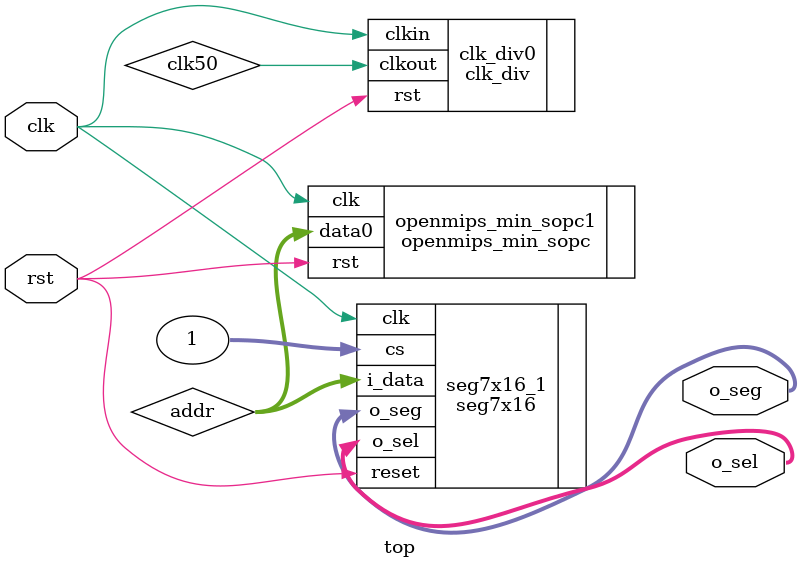
<source format=v>
`timescale 1ns / 1ps

module top(
    input clk,
    input rst,
    output[7:0] o_seg,
    output[7:0] o_sel
);

wire clk50;
wire seg7_cs;
wire[31:0] addr;
clk_div clk_div0(
    .clkin(clk),
    .rst(rst),
    .clkout(clk50));

io_sel io_sel1(
    .addr(32'h10010000),
    .cs(1),
    .seg7_cs(seg7_cs)
    );

openmips_min_sopc openmips_min_sopc1(
    .clk(clk),
    .rst(rst),
    .data0(addr)
    );
    
seg7x16 seg7x16_1(
    .clk(clk),
    .reset(rst),
    .cs(1),
    .i_data(addr),
    .o_seg(o_seg),
    .o_sel(o_sel));

endmodule

</source>
